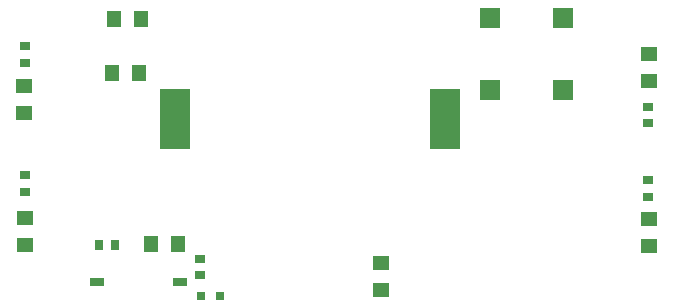
<source format=gtp>
G04*
G04 #@! TF.GenerationSoftware,Altium Limited,Altium Designer,23.2.1 (34)*
G04*
G04 Layer_Color=8421504*
%FSLAX44Y44*%
%MOMM*%
G71*
G04*
G04 #@! TF.SameCoordinates,6051E094-9B17-4579-A263-E95DDA6BD904*
G04*
G04*
G04 #@! TF.FilePolarity,Positive*
G04*
G01*
G75*
%ADD19R,1.2700X1.3970*%
%ADD20R,2.5000X5.1000*%
%ADD21R,1.3970X1.2700*%
%ADD22R,1.8000X1.8000*%
%ADD23R,0.9500X0.8000*%
%ADD24R,1.2000X0.8000*%
%ADD25R,0.8000X0.9500*%
%ADD26R,0.8000X0.8000*%
D19*
X500380Y564642D02*
D03*
X523240D02*
D03*
X498856Y518922D02*
D03*
X521716D02*
D03*
X554736Y374142D02*
D03*
X531876D02*
D03*
D20*
X551796Y480568D02*
D03*
X780796D02*
D03*
D21*
X953262Y512064D02*
D03*
Y534924D02*
D03*
X424180Y485140D02*
D03*
Y508000D02*
D03*
X953262Y395986D02*
D03*
Y373126D02*
D03*
X726567Y358140D02*
D03*
Y335280D02*
D03*
X424688Y396748D02*
D03*
Y373888D02*
D03*
D22*
X880380Y565928D02*
D03*
Y504428D02*
D03*
X818880D02*
D03*
Y565928D02*
D03*
D23*
X952500Y414274D02*
D03*
Y428274D02*
D03*
Y490616D02*
D03*
Y476616D02*
D03*
X424942Y418704D02*
D03*
Y432704D02*
D03*
Y527670D02*
D03*
Y541670D02*
D03*
X573278Y347920D02*
D03*
Y361920D02*
D03*
D24*
X555700Y342646D02*
D03*
X485700D02*
D03*
D25*
X501030Y373888D02*
D03*
X487030D02*
D03*
D26*
X590042Y330454D02*
D03*
X574042D02*
D03*
M02*

</source>
